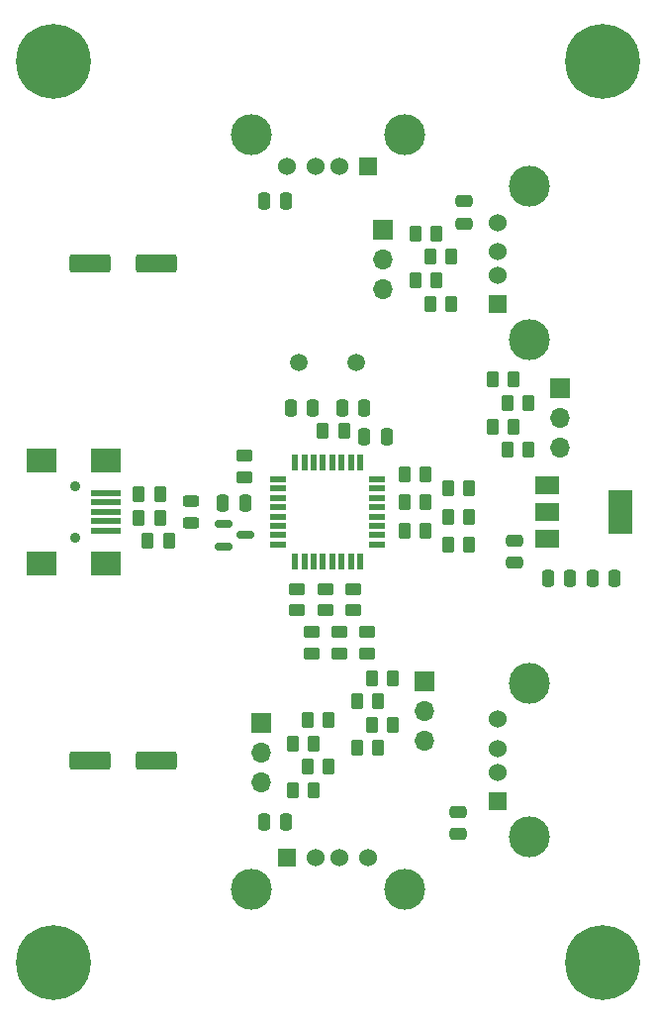
<source format=gts>
%TF.GenerationSoftware,KiCad,Pcbnew,(6.0.5)*%
%TF.CreationDate,2024-04-12T21:31:27+02:00*%
%TF.ProjectId,TUSB2046-FS-HUB,54555342-3230-4343-962d-46532d485542,rev?*%
%TF.SameCoordinates,Original*%
%TF.FileFunction,Soldermask,Top*%
%TF.FilePolarity,Negative*%
%FSLAX46Y46*%
G04 Gerber Fmt 4.6, Leading zero omitted, Abs format (unit mm)*
G04 Created by KiCad (PCBNEW (6.0.5)) date 2024-04-12 21:31:27*
%MOMM*%
%LPD*%
G01*
G04 APERTURE LIST*
G04 Aperture macros list*
%AMRoundRect*
0 Rectangle with rounded corners*
0 $1 Rounding radius*
0 $2 $3 $4 $5 $6 $7 $8 $9 X,Y pos of 4 corners*
0 Add a 4 corners polygon primitive as box body*
4,1,4,$2,$3,$4,$5,$6,$7,$8,$9,$2,$3,0*
0 Add four circle primitives for the rounded corners*
1,1,$1+$1,$2,$3*
1,1,$1+$1,$4,$5*
1,1,$1+$1,$6,$7*
1,1,$1+$1,$8,$9*
0 Add four rect primitives between the rounded corners*
20,1,$1+$1,$2,$3,$4,$5,0*
20,1,$1+$1,$4,$5,$6,$7,0*
20,1,$1+$1,$6,$7,$8,$9,0*
20,1,$1+$1,$8,$9,$2,$3,0*%
G04 Aperture macros list end*
%ADD10R,1.524000X1.524000*%
%ADD11C,1.524000*%
%ADD12C,3.500000*%
%ADD13RoundRect,0.250000X0.262500X0.450000X-0.262500X0.450000X-0.262500X-0.450000X0.262500X-0.450000X0*%
%ADD14RoundRect,0.250000X-0.262500X-0.450000X0.262500X-0.450000X0.262500X0.450000X-0.262500X0.450000X0*%
%ADD15RoundRect,0.250000X0.450000X-0.262500X0.450000X0.262500X-0.450000X0.262500X-0.450000X-0.262500X0*%
%ADD16C,6.400000*%
%ADD17RoundRect,0.150000X-0.587500X-0.150000X0.587500X-0.150000X0.587500X0.150000X-0.587500X0.150000X0*%
%ADD18RoundRect,0.250000X-0.475000X0.250000X-0.475000X-0.250000X0.475000X-0.250000X0.475000X0.250000X0*%
%ADD19RoundRect,0.250000X-0.250000X-0.475000X0.250000X-0.475000X0.250000X0.475000X-0.250000X0.475000X0*%
%ADD20R,2.000000X1.500000*%
%ADD21R,2.000000X3.800000*%
%ADD22C,1.500000*%
%ADD23RoundRect,0.250000X0.250000X0.475000X-0.250000X0.475000X-0.250000X-0.475000X0.250000X-0.475000X0*%
%ADD24R,1.700000X1.700000*%
%ADD25O,1.700000X1.700000*%
%ADD26RoundRect,0.250000X1.500000X0.550000X-1.500000X0.550000X-1.500000X-0.550000X1.500000X-0.550000X0*%
%ADD27RoundRect,0.250000X-0.450000X0.262500X-0.450000X-0.262500X0.450000X-0.262500X0.450000X0.262500X0*%
%ADD28RoundRect,0.243750X-0.456250X0.243750X-0.456250X-0.243750X0.456250X-0.243750X0.456250X0.243750X0*%
%ADD29R,1.475000X0.600000*%
%ADD30R,0.600000X1.475000*%
%ADD31C,0.900000*%
%ADD32R,2.500000X0.500000*%
%ADD33R,2.500000X2.000000*%
G04 APERTURE END LIST*
D10*
%TO.C,J5*%
X149000000Y-122022500D03*
D11*
X151500000Y-122022500D03*
X153500000Y-122022500D03*
X156000000Y-122022500D03*
D12*
X159070000Y-124732500D03*
X145930000Y-124732500D03*
%TD*%
D13*
%TO.C,R27*%
X168412500Y-85200000D03*
X166587500Y-85200000D03*
%TD*%
D14*
%TO.C,R8*%
X159087500Y-89300000D03*
X160912500Y-89300000D03*
%TD*%
D15*
%TO.C,R12*%
X145400000Y-89512500D03*
X145400000Y-87687500D03*
%TD*%
D16*
%TO.C,H1*%
X176000000Y-54000000D03*
%TD*%
D17*
%TO.C,U2*%
X143562500Y-93550000D03*
X143562500Y-95450000D03*
X145437500Y-94500000D03*
%TD*%
D14*
%TO.C,R1*%
X137087500Y-95000000D03*
X138912500Y-95000000D03*
%TD*%
D18*
%TO.C,C5*%
X168500000Y-94950000D03*
X168500000Y-96850000D03*
%TD*%
D19*
%TO.C,C3*%
X171350000Y-98200000D03*
X173250000Y-98200000D03*
%TD*%
D16*
%TO.C,H4*%
X129000000Y-54000000D03*
%TD*%
D20*
%TO.C,U1*%
X171250000Y-90200000D03*
X171250000Y-92500000D03*
D21*
X177550000Y-92500000D03*
D20*
X171250000Y-94800000D03*
%TD*%
D16*
%TO.C,H3*%
X129000000Y-131000000D03*
%TD*%
D18*
%TO.C,C11*%
X163700000Y-118150000D03*
X163700000Y-120050000D03*
%TD*%
D22*
%TO.C,Y1*%
X150050000Y-79700000D03*
X154930000Y-79700000D03*
%TD*%
D14*
%TO.C,R30*%
X161287500Y-74700000D03*
X163112500Y-74700000D03*
%TD*%
D13*
%TO.C,R15*%
X164612500Y-95300000D03*
X162787500Y-95300000D03*
%TD*%
D10*
%TO.C,J4*%
X167022500Y-117250000D03*
D11*
X167022500Y-114750000D03*
X167022500Y-112750000D03*
X167022500Y-110250000D03*
D12*
X169732500Y-107180000D03*
X169732500Y-120320000D03*
%TD*%
D16*
%TO.C,H2*%
X176000000Y-131000000D03*
%TD*%
D23*
%TO.C,C13*%
X155650000Y-83600000D03*
X153750000Y-83600000D03*
%TD*%
D14*
%TO.C,R11*%
X159087500Y-94100000D03*
X160912500Y-94100000D03*
%TD*%
%TO.C,R33*%
X149487500Y-116300000D03*
X151312500Y-116300000D03*
%TD*%
%TO.C,R3*%
X136337500Y-91000000D03*
X138162500Y-91000000D03*
%TD*%
D13*
%TO.C,R18*%
X161812500Y-68700000D03*
X159987500Y-68700000D03*
%TD*%
D14*
%TO.C,R2*%
X136337500Y-93000000D03*
X138162500Y-93000000D03*
%TD*%
D13*
%TO.C,R32*%
X156812500Y-112700000D03*
X154987500Y-112700000D03*
%TD*%
D24*
%TO.C,J6*%
X160800000Y-106975000D03*
D25*
X160800000Y-109515000D03*
X160800000Y-112055000D03*
%TD*%
D10*
%TO.C,J2*%
X156000000Y-62977500D03*
D11*
X153500000Y-62977500D03*
X151500000Y-62977500D03*
X149000000Y-62977500D03*
D12*
X145930000Y-60267500D03*
X159070000Y-60267500D03*
%TD*%
D14*
%TO.C,R10*%
X162787500Y-92900000D03*
X164612500Y-92900000D03*
%TD*%
D24*
%TO.C,J7*%
X146800000Y-110560000D03*
D25*
X146800000Y-113100000D03*
X146800000Y-115640000D03*
%TD*%
D26*
%TO.C,C2*%
X137800000Y-71250000D03*
X132200000Y-71250000D03*
%TD*%
D27*
%TO.C,R5*%
X154700000Y-99087500D03*
X154700000Y-100912500D03*
%TD*%
D14*
%TO.C,R9*%
X162787500Y-90500000D03*
X164612500Y-90500000D03*
%TD*%
D28*
%TO.C,D1*%
X140800000Y-91562500D03*
X140800000Y-93437500D03*
%TD*%
D13*
%TO.C,R19*%
X163112500Y-70700000D03*
X161287500Y-70700000D03*
%TD*%
D19*
%TO.C,C9*%
X147050000Y-65900000D03*
X148950000Y-65900000D03*
%TD*%
%TO.C,C7*%
X155650000Y-86100000D03*
X157550000Y-86100000D03*
%TD*%
D27*
%TO.C,R6*%
X152300000Y-99087500D03*
X152300000Y-100912500D03*
%TD*%
D23*
%TO.C,C4*%
X177050000Y-98200000D03*
X175150000Y-98200000D03*
%TD*%
D19*
%TO.C,C12*%
X149350000Y-83600000D03*
X151250000Y-83600000D03*
%TD*%
D13*
%TO.C,R16*%
X160912500Y-91700000D03*
X159087500Y-91700000D03*
%TD*%
%TO.C,R28*%
X158112500Y-110700000D03*
X156287500Y-110700000D03*
%TD*%
D23*
%TO.C,C6*%
X145450000Y-91750000D03*
X143550000Y-91750000D03*
%TD*%
%TO.C,C8*%
X148950000Y-119000000D03*
X147050000Y-119000000D03*
%TD*%
D29*
%TO.C,IC1*%
X148262000Y-89700000D03*
X148262000Y-90500000D03*
X148262000Y-91300000D03*
X148262000Y-92100000D03*
X148262000Y-92900000D03*
X148262000Y-93700000D03*
X148262000Y-94500000D03*
X148262000Y-95300000D03*
D30*
X149700000Y-96738000D03*
X150500000Y-96738000D03*
X151300000Y-96738000D03*
X152100000Y-96738000D03*
X152900000Y-96738000D03*
X153700000Y-96738000D03*
X154500000Y-96738000D03*
X155300000Y-96738000D03*
D29*
X156738000Y-95300000D03*
X156738000Y-94500000D03*
X156738000Y-93700000D03*
X156738000Y-92900000D03*
X156738000Y-92100000D03*
X156738000Y-91300000D03*
X156738000Y-90500000D03*
X156738000Y-89700000D03*
D30*
X155300000Y-88262000D03*
X154500000Y-88262000D03*
X153700000Y-88262000D03*
X152900000Y-88262000D03*
X152100000Y-88262000D03*
X151300000Y-88262000D03*
X150500000Y-88262000D03*
X149700000Y-88262000D03*
%TD*%
D31*
%TO.C,J1*%
X130925000Y-90300000D03*
X130925000Y-94700000D03*
D32*
X133525000Y-90900000D03*
X133525000Y-91700000D03*
X133525000Y-92500000D03*
X133525000Y-93300000D03*
X133525000Y-94100000D03*
D33*
X128025000Y-88100000D03*
X128025000Y-96900000D03*
X133525000Y-88100000D03*
X133525000Y-96900000D03*
%TD*%
D13*
%TO.C,R31*%
X169712500Y-87200000D03*
X167887500Y-87200000D03*
%TD*%
D10*
%TO.C,J3*%
X167022500Y-74750000D03*
D11*
X167022500Y-72250000D03*
X167022500Y-70250000D03*
X167022500Y-67750000D03*
D12*
X169732500Y-77820000D03*
X169732500Y-64680000D03*
%TD*%
D24*
%TO.C,J9*%
X172400000Y-81960000D03*
D25*
X172400000Y-84500000D03*
X172400000Y-87040000D03*
%TD*%
D14*
%TO.C,R25*%
X167887500Y-83200000D03*
X169712500Y-83200000D03*
%TD*%
D27*
%TO.C,R7*%
X151100000Y-102787500D03*
X151100000Y-104612500D03*
%TD*%
D15*
%TO.C,R14*%
X153500000Y-104612500D03*
X153500000Y-102787500D03*
%TD*%
D14*
%TO.C,R29*%
X150787500Y-114300000D03*
X152612500Y-114300000D03*
%TD*%
%TO.C,R22*%
X150787500Y-110300000D03*
X152612500Y-110300000D03*
%TD*%
%TO.C,R26*%
X159987500Y-72700000D03*
X161812500Y-72700000D03*
%TD*%
D26*
%TO.C,C1*%
X137800000Y-113750000D03*
X132200000Y-113750000D03*
%TD*%
D18*
%TO.C,C10*%
X164200000Y-65950000D03*
X164200000Y-67850000D03*
%TD*%
D27*
%TO.C,R4*%
X155900000Y-102787500D03*
X155900000Y-104612500D03*
%TD*%
D24*
%TO.C,J8*%
X157200000Y-68360000D03*
D25*
X157200000Y-70900000D03*
X157200000Y-73440000D03*
%TD*%
D15*
%TO.C,R13*%
X149900000Y-100912500D03*
X149900000Y-99087500D03*
%TD*%
D14*
%TO.C,R24*%
X166587500Y-81200000D03*
X168412500Y-81200000D03*
%TD*%
D13*
%TO.C,R17*%
X153912500Y-85600000D03*
X152087500Y-85600000D03*
%TD*%
%TO.C,R21*%
X156812500Y-108700000D03*
X154987500Y-108700000D03*
%TD*%
D14*
%TO.C,R23*%
X149487500Y-112300000D03*
X151312500Y-112300000D03*
%TD*%
D13*
%TO.C,R20*%
X158112500Y-106700000D03*
X156287500Y-106700000D03*
%TD*%
M02*

</source>
